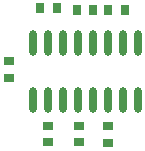
<source format=gbp>
%FSLAX44Y44*%
%MOMM*%
G71*
G01*
G75*
G04 Layer_Color=128*
%ADD10C,0.2540*%
%ADD11C,0.2000*%
%ADD12C,0.5000*%
%ADD13C,1.2000*%
%ADD14C,4.7600*%
%ADD15R,1.6900X1.6900*%
%ADD16C,1.6900*%
%ADD17C,0.8000*%
%ADD18R,0.8000X0.9000*%
%ADD19R,0.9000X0.8000*%
%ADD20O,0.6000X2.2000*%
%ADD21C,0.4000*%
%ADD22C,0.7000*%
%ADD23C,0.2500*%
%ADD24C,0.1500*%
%ADD25C,1.4032*%
%ADD26C,4.9632*%
%ADD27R,1.8932X1.8932*%
%ADD28C,1.8932*%
%ADD29C,1.0032*%
%ADD30R,1.0032X1.1032*%
%ADD31R,1.1032X1.0032*%
%ADD32O,0.8032X2.4032*%
D18*
X214600Y257900D02*
D03*
X228600D02*
D03*
X183700Y258800D02*
D03*
X197700D02*
D03*
X255400Y257500D02*
D03*
X241400D02*
D03*
D19*
X157131Y200000D02*
D03*
Y214000D02*
D03*
X241231Y145200D02*
D03*
Y159200D02*
D03*
X216531Y145400D02*
D03*
Y159400D02*
D03*
X190331Y145400D02*
D03*
Y159400D02*
D03*
D20*
X266681Y181600D02*
D03*
X253981D02*
D03*
X241281D02*
D03*
X228581D02*
D03*
X215881D02*
D03*
X203181D02*
D03*
X190481D02*
D03*
X177781D02*
D03*
X266681Y229600D02*
D03*
X253981D02*
D03*
X241281D02*
D03*
X228581D02*
D03*
X215881D02*
D03*
X203181D02*
D03*
X190481D02*
D03*
X177781D02*
D03*
M02*

</source>
